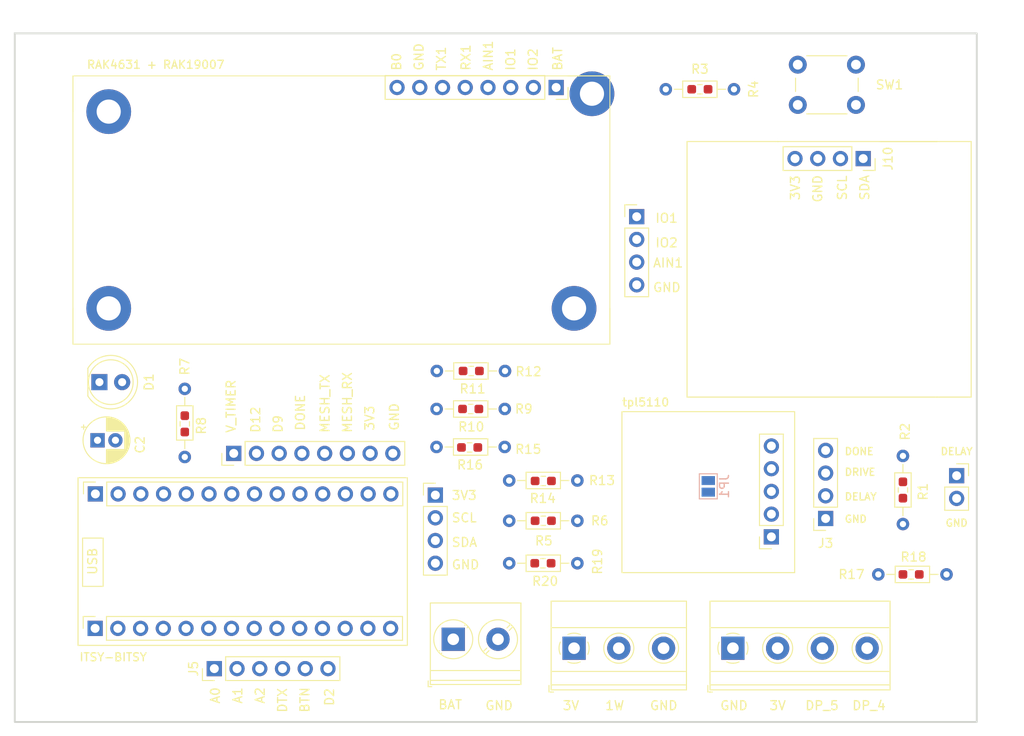
<source format=kicad_pcb>
(kicad_pcb (version 20240108) (generator "pcbnew") (generator_version "8.0")
  (layers (0 "F.Cu" signal) (31 "B.Cu" signal) (34 "B.Paste" user) (35 "F.Paste" user) (36 "B.SilkS" user "B.Silkscreen") (37 "F.SilkS" user "F.Silkscreen") (38 "B.Mask" user) (39 "F.Mask" user) (44 "Edge.Cuts" user))
  (net 0 "")
  (net 1 "A2")
  (net 2 "DEPTH_PULL")
  (net 3 "GND")
  (net 4 "+3V3")
  (net 5 "SDA")
  (net 6 "SCL")
  (net 7 "V_TIMER")
  (net 8 "MOSI")
  (net 9 "SCK")
  (net 10 "MISO")
  (net 11 "DONE")
  (net 12 "LED")
  (net 13 "BUTTON")
  (net 14 "Net-(D1-A)")
  (net 15 "Net-(J3-Pin_2)")
  (net 16 "BATT_MEASURE")
  (net 17 "D2")
  (net 18 "ONEWIRE")
  (net 19 "D9")
  (net 20 "A1")
  (net 21 "D12")
  (net 22 "MESH_RX")
  (net 24 "MESH_TX")
  (net 25 "MESH_BAT")
  (net 27 "VHI")
  (net 29 "AIN1")
  (net 30 "A0")
  (net 32 "IO2")
  (net 33 "BAT")
  (net 34 "DEPTH_TX")
  (net 35 "IO1")
  (footprint "footprints:ssd1306_a" (layer "F.Cu") (at 91.31 10.5 -90)
    (property "Reference" "J10" (at 0 -2.77 90) (layer "F.SilkS"))
    (property "Value" "Conn_01x04_Socket")
    (pad "1" thru_hole oval (at 0 7.62 270) (size 1.7 1.7) (drill 1) (layers "*.Cu" "*.Mask") (net 4 "+3V3"))
    (pad "2" thru_hole oval (at 0 5.08 270) (size 1.7 1.7) (drill 1) (layers "*.Cu" "*.Mask") (net 3 "GND"))
    (pad "3" thru_hole oval (at 0 2.54 270) (size 1.7 1.7) (drill 1) (layers "*.Cu" "*.Mask") (net 6 "SCL"))
    (pad "4" thru_hole rect (at 0 0 270) (size 1.7 1.7) (drill 1) (layers "*.Cu" "*.Mask") (net 5 "SDA"))
  )
  (footprint "footprints:adafruit_tpl511x" (layer "F.Cu") (at 81.05 52.8 180)
    (property "Reference" "U1" (hide yes))
    (property "Value" "adafruit_tpl511x")
    (pad "1" thru_hole rect (at 0 0 180) (size 1.7 1.7) (drill 1) (layers "*.Cu" "*.Mask") (net 25 "MESH_BAT"))
    (pad "2" thru_hole oval (at 0 2.54 180) (size 1.7 1.7) (drill 1) (layers "*.Cu" "*.Mask") (net 3 "GND"))
    (pad "3" thru_hole oval (at 0 5.08 180) (size 1.7 1.7) (drill 1) (layers "*.Cu" "*.Mask") (net 15 "Net-(J3-Pin_2)"))
    (pad "4" thru_hole oval (at 0 7.62 180) (size 1.7 1.7) (drill 1) (layers "*.Cu" "*.Mask") (net 7 "V_TIMER"))
    (pad "5" thru_hole oval (at 0 10.16 180) (size 1.7 1.7) (drill 1) (layers "*.Cu" "*.Mask") (net 11 "DONE"))
  )
  (footprint "Resistor_THT:R_Axial_DIN0204_L3.6mm_D1.6mm_P7.62mm_Horizontal" (layer "F.Cu") (at 59.37 55.75 180)
    (property "Reference" "R19" (at -2.2475 0.19 90) (layer "F.SilkS"))
    (property "Value" "330")
    (pad "1" thru_hole circle (at 0 0 180) (size 1.4 1.4) (drill 0.7) (layers "*.Cu" "*.Mask") (net 11 "DONE"))
    (pad "2" thru_hole oval (at 7.62 0 180) (size 1.4 1.4) (drill 0.7) (layers "*.Cu" "*.Mask") (net 3 "GND"))
  )
  (footprint "LED_THT:LED_D5.0mm" (layer "F.Cu") (at 5.96 35.5)
    (property "Reference" "D1" (at 5.54 0 90) (layer "F.SilkS"))
    (property "Value" "LED")
    (pad "1" thru_hole rect (at 0 0) (size 1.8 1.8) (drill 0.9) (layers "*.Cu" "*.Mask") (net 3 "GND"))
    (pad "2" thru_hole circle (at 2.54 0) (size 1.8 1.8) (drill 0.9) (layers "*.Cu" "*.Mask") (net 14 "Net-(D1-A)"))
  )
  (footprint "Resistor_THT:R_Axial_DIN0204_L3.6mm_D1.6mm_P7.62mm_Horizontal" (layer "F.Cu") (at 51.75 51)
    (property "Reference" "R6" (at 10.12 0 0) (layer "F.SilkS"))
    (property "Value" "4.7K")
    (pad "1" thru_hole circle (at 0 0) (size 1.4 1.4) (drill 0.7) (layers "*.Cu" "*.Mask") (net 4 "+3V3"))
    (pad "2" thru_hole oval (at 7.62 0) (size 1.4 1.4) (drill 0.7) (layers "*.Cu" "*.Mask") (net 18 "ONEWIRE"))
  )
  (footprint "MountingHole:MountingHole_3.2mm_M3" (layer "F.Cu") (at 0 70)
    (property "Reference" "H4" (hide yes))
    (property "Value" "MountingHole")
    (pad "" np_thru_hole circle (at 0 0) (size 3.2 3.2) (drill 3.2) (layers "*.Cu" "*.Mask"))
  )
  (footprint "Button_Switch_THT:SW_PUSH_6mm" (layer "F.Cu") (at 84 0)
    (property "Reference" "SW1" (at 10.25 2.25 360) (layer "F.SilkS"))
    (property "Value" "SW_Push")
    (pad "1" thru_hole circle (at 0 0 90) (size 2 2) (drill 1.1) (layers "*.Cu" "*.Mask") (net 13 "BUTTON"))
    (pad "1" thru_hole circle (at 6.5 0 90) (size 2 2) (drill 1.1) (layers "*.Cu" "*.Mask") (net 13 "BUTTON"))
    (pad "2" thru_hole circle (at 0 4.5 90) (size 2 2) (drill 1.1) (layers "*.Cu" "*.Mask") (net 3 "GND"))
    (pad "2" thru_hole circle (at 6.5 4.5 90) (size 2 2) (drill 1.1) (layers "*.Cu" "*.Mask") (net 3 "GND"))
  )
  (footprint "TerminalBlock_Phoenix:TerminalBlock_Phoenix_PT-1,5-2-5.0-H_1x02_P5.00mm_Horizontal" (layer "F.Cu") (at 45.5 64.25)
    (property "Reference" "J2" (hide yes))
    (property "Value" "Screw_Terminal_01x02")
    (pad "1" thru_hole rect (at 0 0) (size 2.6 2.6) (drill 1.3) (layers "*.Cu" "*.Mask") (net 25 "MESH_BAT"))
    (pad "2" thru_hole circle (at 5 0) (size 2.6 2.6) (drill 1.3) (layers "*.Cu" "*.Mask") (net 3 "GND"))
  )
  (footprint "Resistor_SMD:R_0603_1608Metric_Pad0.98x0.95mm_HandSolder" (layer "F.Cu") (at 55.56 46.55 180)
    (property "Reference" "R14" (at 0.06 -1.95 360) (layer "F.SilkS"))
    (property "Value" "100K")
    (pad "1" smd roundrect (at -0.9125 0 180) (size 0.975 0.95) (layers "F.Cu" "F.Paste" "F.Mask") (net 25 "MESH_BAT"))
    (pad "2" smd roundrect (at 0.9125 0 180) (size 0.975 0.95) (layers "F.Cu" "F.Paste" "F.Mask") (net 16 "BATT_MEASURE"))
  )
  (footprint "TerminalBlock_Phoenix:TerminalBlock_Phoenix_MKDS-1,5-3_1x03_P5.00mm_Horizontal" (layer "F.Cu") (at 59 65.25)
    (property "Reference" "J1" (hide yes))
    (property "Value" "Screw_Terminal_01x03")
    (pad "1" thru_hole rect (at 0 0) (size 2.6 2.6) (drill 1.3) (layers "*.Cu" "*.Mask") (net 4 "+3V3"))
    (pad "2" thru_hole circle (at 5 0) (size 2.6 2.6) (drill 1.3) (layers "*.Cu" "*.Mask") (net 18 "ONEWIRE"))
    (pad "3" thru_hole circle (at 10 0) (size 2.6 2.6) (drill 1.3) (layers "*.Cu" "*.Mask") (net 3 "GND"))
  )
  (footprint "Capacitor_THT:CP_Radial_D5.0mm_P2.00mm" (layer "F.Cu") (at 5.75 42)
    (property "Reference" "C2" (at 4.75 0.5 90) (layer "F.SilkS"))
    (property "Value" "330uF")
    (pad "1" thru_hole rect (at 0 0) (size 1.6 1.6) (drill 0.8) (layers "*.Cu" "*.Mask") (net 7 "V_TIMER"))
    (pad "2" thru_hole circle (at 2 0) (size 1.6 1.6) (drill 0.8) (layers "*.Cu" "*.Mask") (net 3 "GND"))
  )
  (footprint "Resistor_SMD:R_0603_1608Metric_Pad0.98x0.95mm_HandSolder" (layer "F.Cu") (at 55.52 55.75 180)
    (property "Reference" "R20" (at -0.2475 -2.01 360) (layer "F.SilkS"))
    (property "Value" "330")
    (pad "1" smd roundrect (at -0.9125 0 180) (size 0.975 0.95) (layers "F.Cu" "F.Paste" "F.Mask") (net 11 "DONE"))
    (pad "2" smd roundrect (at 0.9125 0 180) (size 0.975 0.95) (layers "F.Cu" "F.Paste" "F.Mask") (net 3 "GND"))
  )
  (footprint "MountingHole:MountingHole_3.2mm_M3" (layer "F.Cu") (at 100 70)
    (property "Reference" "H2" (hide yes))
    (property "Value" "MountingHole")
    (pad "" np_thru_hole circle (at 0 0) (size 3.2 3.2) (drill 3.2) (layers "*.Cu" "*.Mask"))
  )
  (footprint "MountingHole:MountingHole_3.2mm_M3" (layer "F.Cu") (at 100 0)
    (property "Reference" "H1" (hide yes))
    (property "Value" "MountingHole")
    (pad "" np_thru_hole circle (at 0 0) (size 3.2 3.2) (drill 3.2) (layers "*.Cu" "*.Mask"))
  )
  (footprint "Resistor_THT:R_Axial_DIN0204_L3.6mm_D1.6mm_P7.62mm_Horizontal" (layer "F.Cu") (at 93 57)
    (property "Reference" "R17" (at -3 0 180) (layer "F.SilkS"))
    (property "Value" "4.7K")
    (pad "1" thru_hole circle (at 0 0) (size 1.4 1.4) (drill 0.7) (layers "*.Cu" "*.Mask") (net 2 "DEPTH_PULL"))
    (pad "2" thru_hole oval (at 7.62 0) (size 1.4 1.4) (drill 0.7) (layers "*.Cu" "*.Mask") (net 3 "GND"))
  )
  (footprint "Resistor_SMD:R_0603_1608Metric_Pad0.98x0.95mm_HandSolder" (layer "F.Cu") (at 73.06 2.75)
    (property "Reference" "R3" (at 0 -2.25 360) (layer "F.SilkS"))
    (property "Value" "10K")
    (pad "1" smd roundrect (at -0.9125 0) (size 0.975 0.95) (layers "F.Cu" "F.Paste" "F.Mask") (net 4 "+3V3"))
    (pad "2" smd roundrect (at 0.9125 0) (size 0.975 0.95) (layers "F.Cu" "F.Paste" "F.Mask") (net 13 "BUTTON"))
  )
  (footprint "Resistor_THT:R_Axial_DIN0204_L3.6mm_D1.6mm_P7.62mm_Horizontal" (layer "F.Cu") (at 59.37 46.5 180)
    (property "Reference" "R13" (at -2.75 0 180) (layer "F.SilkS"))
    (property "Value" "100K")
    (pad "1" thru_hole circle (at 0 0 180) (size 1.4 1.4) (drill 0.7) (layers "*.Cu" "*.Mask") (net 25 "MESH_BAT"))
    (pad "2" thru_hole oval (at 7.62 0 180) (size 1.4 1.4) (drill 0.7) (layers "*.Cu" "*.Mask") (net 16 "BATT_MEASURE"))
  )
  (footprint "Resistor_SMD:R_0603_1608Metric_Pad0.98x0.95mm_HandSolder" (layer "F.Cu") (at 96.6625 57)
    (property "Reference" "R18" (at 0.27 -1.95 360) (layer "F.SilkS"))
    (property "Value" "4.7K")
    (pad "1" smd roundrect (at -0.9125 0) (size 0.975 0.95) (layers "F.Cu" "F.Paste" "F.Mask") (net 2 "DEPTH_PULL"))
    (pad "2" smd roundrect (at 0.9125 0) (size 0.975 0.95) (layers "F.Cu" "F.Paste" "F.Mask") (net 3 "GND"))
  )
  (footprint "Connector_PinSocket_2.54mm:PinSocket_1x02_P2.54mm_Vertical" (layer "F.Cu") (at 101.75 45.96)
    (property "Reference" "J6" (hide yes))
    (property "Value" "Conn_01x02_Socket")
    (pad "1" thru_hole rect (at 0 0) (size 1.7 1.7) (drill 1) (layers "*.Cu" "*.Mask") (net 15 "Net-(J3-Pin_2)"))
    (pad "2" thru_hole oval (at 0 2.54) (size 1.7 1.7) (drill 1) (layers "*.Cu" "*.Mask") (net 3 "GND"))
  )
  (footprint "MountingHole:MountingHole_3.2mm_M3" (layer "F.Cu") (at 0 0)
    (property "Reference" "H3" (hide yes))
    (property "Value" "MountingHole")
    (pad "" np_thru_hole circle (at 0 0) (size 3.2 3.2) (drill 3.2) (layers "*.Cu" "*.Mask"))
  )
  (footprint "Connector_PinSocket_2.54mm:PinSocket_1x04_P2.54mm_Vertical" (layer "F.Cu") (at 87.11 50.75 180)
    (property "Reference" "J3" (at 0 -2.77 360) (layer "F.SilkS"))
    (property "Value" "Conn_01x04_Female")
    (pad "1" thru_hole rect (at 0 0 180) (size 1.7 1.7) (drill 1) (layers "*.Cu" "*.Mask") (net 3 "GND"))
    (pad "2" thru_hole oval (at 0 2.54 180) (size 1.7 1.7) (drill 1) (layers "*.Cu" "*.Mask") (net 15 "Net-(J3-Pin_2)"))
    (pad "3" thru_hole oval (at 0 5.08 180) (size 1.7 1.7) (drill 1) (layers "*.Cu" "*.Mask") (net 4 "+3V3"))
    (pad "4" thru_hole oval (at 0 7.62 180) (size 1.7 1.7) (drill 1) (layers "*.Cu" "*.Mask") (net 11 "DONE"))
  )
  (footprint "Connector_PinHeader_2.54mm:PinHeader_1x04_P2.54mm_Vertical" (layer "F.Cu") (at 43.5 48.13)
    (property "Reference" "J8" (hide yes))
    (property "Value" "Conn_01x04_Socket")
    (pad "1" thru_hole rect (at 0 0) (size 1.7 1.7) (drill 1) (layers "*.Cu" "*.Mask") (net 4 "+3V3"))
    (pad "2" thru_hole oval (at 0 2.54) (size 1.7 1.7) (drill 1) (layers "*.Cu" "*.Mask") (net 6 "SCL"))
    (pad "3" thru_hole oval (at 0 5.08) (size 1.7 1.7) (drill 1) (layers "*.Cu" "*.Mask") (net 5 "SDA"))
    (pad "4" thru_hole oval (at 0 7.62) (size 1.7 1.7) (drill 1) (layers "*.Cu" "*.Mask") (net 3 "GND"))
  )
  (footprint "Resistor_THT:R_Axial_DIN0204_L3.6mm_D1.6mm_P7.62mm_Horizontal" (layer "F.Cu") (at 15.5 36.25 -90)
    (property "Reference" "R7" (at -2.49 0 90) (layer "F.SilkS"))
    (property "Value" "4.7K")
    (pad "1" thru_hole circle (at 0 0 270) (size 1.4 1.4) (drill 0.7) (layers "*.Cu" "*.Mask") (net 12 "LED"))
    (pad "2" thru_hole oval (at 7.62 0 270) (size 1.4 1.4) (drill 0.7) (layers "*.Cu" "*.Mask") (net 14 "Net-(D1-A)"))
  )
  (footprint "Resistor_SMD:R_0603_1608Metric_Pad0.98x0.95mm_HandSolder" (layer "F.Cu") (at 95.75 47.56 -90)
    (property "Reference" "R1" (at 0.19 -2.25 90) (layer "F.SilkS"))
    (property "Value" "4.7K")
    (pad "1" smd roundrect (at -0.9125 0 270) (size 0.975 0.95) (layers "F.Cu" "F.Paste" "F.Mask") (net 15 "Net-(J3-Pin_2)"))
    (pad "2" smd roundrect (at 0.9125 0 270) (size 0.975 0.95) (layers "F.Cu" "F.Paste" "F.Mask") (net 3 "GND"))
  )
  (footprint "Resistor_THT:R_Axial_DIN0204_L3.6mm_D1.6mm_P7.62mm_Horizontal" (layer "F.Cu") (at 43.665 34.25)
    (property "Reference" "R12" (at 10.245 0.075 0) (layer "F.SilkS"))
    (property "Value" "4.7K")
    (pad "1" thru_hole circle (at 0 0) (size 1.4 1.4) (drill 0.7) (layers "*.Cu" "*.Mask") (net 4 "+3V3"))
    (pad "2" thru_hole oval (at 7.62 0) (size 1.4 1.4) (drill 0.7) (layers "*.Cu" "*.Mask") (net 6 "SCL"))
  )
  (footprint "Resistor_SMD:R_0603_1608Metric_Pad0.98x0.95mm_HandSolder" (layer "F.Cu") (at 47.33 42.8)
    (property "Reference" "R16" (at 0.05 1.95 0) (layer "F.SilkS"))
    (property "Value" "100K")
    (pad "1" smd roundrect (at -0.9125 0) (size 0.975 0.95) (layers "F.Cu" "F.Paste" "F.Mask") (net 16 "BATT_MEASURE"))
    (pad "2" smd roundrect (at 0.9125 0) (size 0.975 0.95) (layers "F.Cu" "F.Paste" "F.Mask") (net 3 "GND"))
  )
  (footprint "footprints:itsybitsy" (layer "F.Cu") (at 5.48 63.035 90)
    (property "Reference" "A2" (hide yes))
    (property "Value" "itsybitsy_nrf52840_express")
    (fp_text user "USB" (at 5.9 0.3 90) (layer "F.SilkS") (effects (justify left bottom)))
    (pad "1" thru_hole rect (at 0 0 90) (size 1.7 1.7) (drill 1) (layers "*.Cu" "*.Mask"))
    (pad "2" thru_hole oval (at 0 2.54 90) (size 1.7 1.7) (drill 1) (layers "*.Cu" "*.Mask") (net 4 "+3V3"))
    (pad "3" thru_hole oval (at 0 5.08 90) (size 1.7 1.7) (drill 1) (layers "*.Cu" "*.Mask"))
    (pad "4" thru_hole oval (at 0 7.62 90) (size 1.7 1.7) (drill 1) (layers "*.Cu" "*.Mask") (net 27 "VHI"))
    (pad "5" thru_hole oval (at 0 10.16 90) (size 1.7 1.7) (drill 1) (layers "*.Cu" "*.Mask") (net 30 "A0"))
    (pad "6" thru_hole oval (at 0 12.7 90) (size 1.7 1.7) (drill 1) (layers "*.Cu" "*.Mask") (net 20 "A1"))
    (pad "7" thru_hole oval (at 0 15.24 90) (size 1.7 1.7) (drill 1) (layers "*.Cu" "*.Mask") (net 1 "A2"))
    (pad "8" thru_hole oval (at 0 17.78 90) (size 1.7 1.7) (drill 1) (layers "*.Cu" "*.Mask") (net 34 "DEPTH_TX"))
    (pad "9" thru_hole oval (at 0 20.32 90) (size 1.7 1.7) (drill 1) (layers "*.Cu" "*.Mask") (net 16 "BATT_MEASURE"))
    (pad "10" thru_hole oval (at 0 22.86 90) (size 1.7 1.7) (drill 1) (layers "*.Cu" "*.Mask") (net 13 "BUTTON"))
    (pad "11" thru_hole oval (at 0 25.4 90) (size 1.7 1.7) (drill 1) (layers "*.Cu" "*.Mask") (net 9 "SCK"))
    (pad "12" thru_hole oval (at 0 27.94 90) (size 1.7 1.7) (drill 1) (layers "*.Cu" "*.Mask") (net 8 "MOSI"))
    (pad "13" thru_hole oval (at 0 30.48 90) (size 1.7 1.7) (drill 1) (layers "*.Cu" "*.Mask") (net 10 "MISO"))
    (pad "14" thru_hole oval (at 0 33.02 90) (size 1.7 1.7) (drill 1) (layers "*.Cu" "*.Mask") (net 17 "D2"))
    (pad "15" thru_hole oval (at 15.035 33.05 90) (size 1.7 1.7) (drill 1) (layers "*.Cu" "*.Mask") (net 22 "MESH_RX"))
    (pad "16" thru_hole oval (at 15.035 30.51 90) (size 1.7 1.7) (drill 1) (layers "*.Cu" "*.Mask") (net 24 "MESH_TX"))
    (pad "17" thru_hole oval (at 15.035 27.97 90) (size 1.7 1.7) (drill 1) (layers "*.Cu" "*.Mask") (net 5 "SDA"))
    (pad "18" thru_hole oval (at 15.035 25.43 90) (size 1.7 1.7) (drill 1) (layers "*.Cu" "*.Mask") (net 6 "SCL"))
    (pad "19" thru_hole oval (at 15.035 22.89 90) (size 1.7 1.7) (drill 1) (layers "*.Cu" "*.Mask"))
    (pad "20" thru_hole oval (at 15.035 20.35 90) (size 1.7 1.7) (drill 1) (layers "*.Cu" "*.Mask") (net 11 "DONE"))
    (pad "21" thru_hole oval (at 15.035 17.81 90) (size 1.7 1.7) (drill 1) (layers "*.Cu" "*.Mask") (net 19 "D9"))
    (pad "22" thru_hole oval (at 15.035 15.27 90) (size 1.7 1.7) (drill 1) (layers "*.Cu" "*.Mask") (net 2 "DEPTH_PULL"))
    (pad "23" thru_hole oval (at 15.035 12.73 90) (size 1.7 1.7) (drill 1) (layers "*.Cu" "*.Mask") (net 18 "ONEWIRE"))
    (pad "24" thru_hole oval (at 15.035 10.19 90) (size 1.7 1.7) (drill 1) (layers "*.Cu" "*.Mask") (net 21 "D12"))
    (pad "25" thru_hole oval (at 15.035 7.65 90) (size 1.7 1.7) (drill 1) (layers "*.Cu" "*.Mask") (net 12 "LED"))
    (pad "26" thru_hole oval (at 15.035 5.11 90) (size 1.7 1.7) (drill 1) (layers "*.Cu" "*.Mask"))
    (pad "27" thru_hole oval (at 15.035 2.57 90) (size 1.7 1.7) (drill 1) (layers "*.Cu" "*.Mask") (net 3 "GND"))
    (pad "28" thru_hole rect (at 15.035 0.03 90) (size 1.7 1.7) (drill 1) (layers "*.Cu" "*.Mask") (net 7 "V_TIMER"))
  )
  (footprint "Resistor_THT:R_Axial_DIN0204_L3.6mm_D1.6mm_P7.62mm_Horizontal" (layer "F.Cu") (at 95.75 43.75 -90)
    (property "Reference" "R2" (at -2.71 -0.25 90) (layer "F.SilkS"))
    (property "Value" "4.7K")
    (pad "1" thru_hole circle (at 0 0 270) (size 1.4 1.4) (drill 0.7) (layers "*.Cu" "*.Mask") (net 15 "Net-(J3-Pin_2)"))
    (pad "2" thru_hole oval (at 7.62 0 270) (size 1.4 1.4) (drill 0.7) (layers "*.Cu" "*.Mask") (net 3 "GND"))
  )
  (footprint "Resistor_SMD:R_0603_1608Metric_Pad0.98x0.95mm_HandSolder" (layer "F.Cu") (at 55.56 51)
    (property "Reference" "R5" (at 0.06 2.25 0) (layer "F.SilkS"))
    (property "Value" "4.7K")
    (pad "1" smd roundrect (at -0.9125 0) (size 0.975 0.95) (layers "F.Cu" "F.Paste" "F.Mask") (net 4 "+3V3"))
    (pad "2" smd roundrect (at 0.9125 0) (size 0.975 0.95) (layers "F.Cu" "F.Paste" "F.Mask") (net 18 "ONEWIRE"))
  )
  (footprint "TerminalBlock_Phoenix:TerminalBlock_Phoenix_MKDS-1,5-4_1x04_P5.00mm_Horizontal" (layer "F.Cu") (at 76.75 65.25)
    (property "Reference" "J7" (hide yes))
    (property "Value" "Screw_Terminal_01x04")
    (pad "1" thru_hole rect (at 0 0) (size 2.6 2.6) (drill 1.3) (layers "*.Cu" "*.Mask") (net 3 "GND"))
    (pad "2" thru_hole circle (at 5 0) (size 2.6 2.6) (drill 1.3) (layers "*.Cu" "*.Mask") (net 4 "+3V3"))
    (pad "3" thru_hole circle (at 10 0) (size 2.6 2.6) (drill 1.3) (layers "*.Cu" "*.Mask") (net 34 "DEPTH_TX"))
    (pad "4" thru_hole circle (at 15 0) (size 2.6 2.6) (drill 1.3) (layers "*.Cu" "*.Mask") (net 2 "DEPTH_PULL"))
  )
  (footprint "Resistor_THT:R_Axial_DIN0204_L3.6mm_D1.6mm_P7.62mm_Horizontal" (layer "F.Cu") (at 43.64 38.5)
    (property "Reference" "R9" (at 9.74 0 0) (layer "F.SilkS"))
    (property "Value" "4.7K")
    (pad "1" thru_hole circle (at 0 0) (size 1.4 1.4) (drill 0.7) (layers "*.Cu" "*.Mask") (net 4 "+3V3"))
    (pad "2" thru_hole oval (at 7.62 0) (size 1.4 1.4) (drill 0.7) (layers "*.Cu" "*.Mask") (net 5 "SDA"))
  )
  (footprint "Resistor_SMD:R_0603_1608Metric_Pad0.98x0.95mm_HandSolder" (layer "F.Cu") (at 47.45 38.5)
    (property "Reference" "R10" (at 0.06 2 180) (layer "F.SilkS"))
    (property "Value" "4.7K")
    (pad "1" smd roundrect (at -0.9125 0) (size 0.975 0.95) (layers "F.Cu" "F.Paste" "F.Mask") (net 4 "+3V3"))
    (pad "2" smd roundrect (at 0.9125 0) (size 0.975 0.95) (layers "F.Cu" "F.Paste" "F.Mask") (net 5 "SDA"))
  )
  (footprint "rak19007:rak19007" (layer "F.Cu") (at 57 2.55 -90)
    (property "Reference" "U3" (hide yes))
    (property "Value" "~")
    (pad "1" thru_hole rect (at 0 0 270) (size 1.7 1.7) (drill 1) (layers "*.Cu" "*.Mask") (net 33 "BAT"))
    (pad "2" thru_hole oval (at 0 2.54 270) (size 1.7 1.7) (drill 1) (layers "*.Cu" "*.Mask") (net 32 "IO2"))
    (pad "3" thru_hole oval (at 0 5.08 270) (size 1.7 1.7) (drill 1) (layers "*.Cu" "*.Mask") (net 35 "IO1"))
    (pad "4" thru_hole oval (at 0 7.62 270) (size 1.7 1.7) (drill 1) (layers "*.Cu" "*.Mask") (net 29 "AIN1"))
    (pad "5" thru_hole oval (at 0 10.16 270) (size 1.7 1.7) (drill 1) (layers "*.Cu" "*.Mask") (net 24 "MESH_TX"))
    (pad "6" thru_hole oval (at 0 12.7 270) (size 1.7 1.7) (drill 1) (layers "*.Cu" "*.Mask") (net 22 "MESH_RX"))
    (pad "7" thru_hole oval (at 0 15.24 270) (size 1.7 1.7) (drill 1) (layers "*.Cu" "*.Mask") (net 3 "GND"))
    (pad "8" thru_hole oval (at 0 17.78 270) (size 1.7 1.7) (drill 1) (layers "*.Cu" "*.Mask"))
    (pad "9" thru_hole circle (at 0.7 -4 270) (size 5 5) (drill 2.7) (layers "*.Cu" "*.Mask"))
    (pad "9" thru_hole circle (at 2.7 50 270) (size 5 5) (drill 2.7) (layers "*.Cu" "*.Mask"))
    (pad "9" thru_hole circle (at 24.7 -2 270) (size 5 5) (drill 2.7) (layers "*.Cu" "*.Mask"))
    (pad "9" thru_hole circle (at 24.7 50 270) (size 5 5) (drill 2.7) (layers "*.Cu" "*.Mask"))
  )
  (footprint "Connector_PinHeader_2.54mm:PinHeader_1x04_P2.54mm_Vertical" (layer "F.Cu") (at 66 17)
    (property "Reference" "J4" (hide yes))
    (property "Value" "Conn_01x04_Socket")
    (pad "1" thru_hole rect (at 0 0) (size 1.7 1.7) (drill 1) (layers "*.Cu" "*.Mask") (net 32 "IO2"))
    (pad "2" thru_hole oval (at 0 2.54) (size 1.7 1.7) (drill 1) (layers "*.Cu" "*.Mask") (net 35 "IO1"))
    (pad "3" thru_hole oval (at 0 5.08) (size 1.7 1.7) (drill 1) (layers "*.Cu" "*.Mask") (net 29 "AIN1"))
    (pad "4" thru_hole oval (at 0 7.62) (size 1.7 1.7) (drill 1) (layers "*.Cu" "*.Mask") (net 3 "GND"))
  )
  (footprint "Resistor_SMD:R_0603_1608Metric_Pad0.98x0.95mm_HandSolder" (layer "F.Cu") (at 15.5 40.1625 -90)
    (property "Reference" "R8" (at 0.21 -1.85 90) (layer "F.SilkS"))
    (property "Value" "4.7K")
    (pad "1" smd roundrect (at -0.9125 0 270) (size 0.975 0.95) (layers "F.Cu" "F.Paste" "F.Mask") (net 12 "LED"))
    (pad "2" smd roundrect (at 0.9125 0 270) (size 0.975 0.95) (layers "F.Cu" "F.Paste" "F.Mask") (net 14 "Net-(D1-A)"))
  )
  (footprint "Resistor_SMD:R_0603_1608Metric_Pad0.98x0.95mm_HandSolder" (layer "F.Cu") (at 47.51 34.25)
    (property "Reference" "R11" (at 0.155 2 0) (layer "F.SilkS"))
    (property "Value" "4.7K")
    (pad "1" smd roundrect (at -0.9125 0) (size 0.975 0.95) (layers "F.Cu" "F.Paste" "F.Mask") (net 4 "+3V3"))
    (pad "2" smd roundrect (at 0.9125 0) (size 0.975 0.95) (layers "F.Cu" "F.Paste" "F.Mask") (net 6 "SCL"))
  )
  (footprint "Resistor_THT:R_Axial_DIN0204_L3.6mm_D1.6mm_P7.62mm_Horizontal" (layer "F.Cu") (at 69.25 2.75)
    (property "Reference" "R4" (at 9.81 0 90) (layer "F.SilkS"))
    (property "Value" "10K")
    (pad "1" thru_hole circle (at 0 0) (size 1.4 1.4) (drill 0.7) (layers "*.Cu" "*.Mask") (net 4 "+3V3"))
    (pad "2" thru_hole oval (at 7.62 0) (size 1.4 1.4) (drill 0.7) (layers "*.Cu" "*.Mask") (net 13 "BUTTON"))
  )
  (footprint "Connector_PinHeader_2.54mm:PinHeader_1x06_P2.54mm_Vertical" (layer "F.Cu") (at 18.8 67.535 90)
    (property "Reference" "J5" (at 0 -2.33 90) (layer "F.SilkS"))
    (property "Value" "Conn_01x06_Socket")
    (pad "1" thru_hole rect (at 0 0 90) (size 1.7 1.7) (drill 1) (layers "*.Cu" "*.Mask") (net 30 "A0"))
    (pad "2" thru_hole oval (at 0 2.54 90) (size 1.7 1.7) (drill 1) (layers "*.Cu" "*.Mask") (net 20 "A1"))
    (pad "3" thru_hole oval (at 0 5.08 90) (size 1.7 1.7) (drill 1) (layers "*.Cu" "*.Mask") (net 1 "A2"))
    (pad "4" thru_hole oval (at 0 7.62 90) (size 1.7 1.7) (drill 1) (layers "*.Cu" "*.Mask") (net 34 "DEPTH_TX"))
    (pad "5" thru_hole oval (at 0 10.16 90) (size 1.7 1.7) (drill 1) (layers "*.Cu" "*.Mask") (net 13 "BUTTON"))
    (pad "6" thru_hole oval (at 0 12.7 90) (size 1.7 1.7) (drill 1) (layers "*.Cu" "*.Mask") (net 17 "D2"))
  )
  (footprint "Connector_PinHeader_2.54mm:PinHeader_1x08_P2.54mm_Vertical" (layer "F.Cu") (at 20.97 43.465 90)
    (property "Reference" "J9" (hide yes))
    (property "Value" "Conn_01x08_Socket")
    (pad "1" thru_hole rect (at 0 0 90) (size 1.7 1.7) (drill 1) (layers "*.Cu" "*.Mask") (net 7 "V_TIMER"))
    (pad "2" thru_hole oval (at 0 2.54 90) (size 1.7 1.7) (drill 1) (layers "*.Cu" "*.Mask") (net 21 "D12"))
    (pad "3" thru_hole oval (at 0 5.08 90) (size 1.7 1.7) (drill 1) (layers "*.Cu" "*.Mask") (net 19 "D9"))
    (pad "4" thru_hole oval (at 0 7.62 90) (size 1.7 1.7) (drill 1) (layers "*.Cu" "*.Mask") (net 11 "DONE"))
    (pad "5" thru_hole oval (at 0 10.16 90) (size 1.7 1.7) (drill 1) (layers "*.Cu" "*.Mask") (net 24 "MESH_TX"))
    (pad "6" thru_hole oval (at 0 12.7 90) (size 1.7 1.7) (drill 1) (layers "*.Cu" "*.Mask") (net 22 "MESH_RX"))
    (pad "7" thru_hole oval (at 0 15.24 90) (size 1.7 1.7) (drill 1) (layers "*.Cu" "*.Mask") (net 4 "+3V3"))
    (pad "8" thru_hole oval (at 0 17.78 90) (size 1.7 1.7) (drill 1) (layers "*.Cu" "*.Mask") (net 3 "GND"))
  )
  (footprint "Resistor_THT:R_Axial_DIN0204_L3.6mm_D1.6mm_P7.62mm_Horizontal" (layer "F.Cu") (at 43.63 42.75)
    (property "Reference" "R15" (at 10.25 0.25 0) (layer "F.SilkS"))
    (property "Value" "100K")
    (pad "1" thru_hole circle (at 0 0) (size 1.4 1.4) (drill 0.7) (layers "*.Cu" "*.Mask") (net 16 "BATT_MEASURE"))
    (pad "2" thru_hole oval (at 7.62 0) (size 1.4 1.4) (drill 0.7) (layers "*.Cu" "*.Mask") (net 3 "GND"))
  )
  (footprint "Jumper:SolderJumper-2_P1.3mm_Open_Pad1.0x1.5mm" (layer "B.Cu") (at 74 47.15 90)
    (property "Reference" "JP1" (at 0 1.8 90) (layer "B.SilkS") (effects (justify mirror)))
    (property "Value" "Jumper_2_Open")
    (pad "1" smd rect (at -0.65 0 90) (size 1 1.5) (layers "B.Cu" "B.Mask") (net 25 "MESH_BAT"))
    (pad "2" smd rect (at 0.65 0 90) (size 1 1.5) (layers "B.Cu" "B.Mask") (net 7 "V_TIMER"))
  )
  (gr_rect (start -3.5 -3.5) (end 104 73.5) (stroke (width 0.2)) (fill none) (layer "Edge.Cuts"))
  (gr_text "1W" (at 62.4 72.25 0) (layer "F.SilkS") (effects (font (size 1 1)) (justify left bottom)))
  (gr_text "3V3" (at 36.75 41 90) (layer "F.SilkS") (effects (font (size 1 1)) (justify left bottom)))
  (gr_text "IO1" (at 52.5 0.75 90) (layer "F.SilkS") (effects (font (size 1 1)) (justify left bottom)))
  (gr_text "D12" (at 24 41.25 90) (layer "F.SilkS") (effects (font (size 1 1)) (justify left bottom)))
  (gr_text "GND" (at 86.81 15.5 90) (layer "F.SilkS") (effects (font (size 1 1)) (justify left bottom)))
  (gr_text "DONE" (at 29 41 90) (layer "F.SilkS") (effects (font (size 1 1)) (justify left bottom)))
  (gr_text "ITSY-BITSY" (at 7.5 66.25 0) (layer "F.SilkS") (effects (font (size 0.9 0.9))))
  (gr_text "IO1" (at 68 17.75 0) (layer "F.SilkS") (effects (font (size 1 1)) (justify left bottom)))
  (gr_text "SCL" (at 45.25 51.25 0) (layer "F.SilkS") (effects (font (size 1 1)) (justify left bottom)))
  (gr_text "DP_5" (at 84.75 72.25 0) (layer "F.SilkS") (effects (font (size 1 1)) (justify left bottom)))
  (gr_text "D9" (at 26.5 41.25 90) (layer "F.SilkS") (effects (font (size 1 1)) (justify left bottom)))
  (gr_text "GND" (at 67.4 72.25 0) (layer "F.SilkS") (effects (font (size 1 1)) (justify left bottom)))
  (gr_text "GND" (at 45.25 56.5 0) (layer "F.SilkS") (effects (font (size 1 1)) (justify left bottom)))
  (gr_text "BAT" (at 43.75 72.15 0) (layer "F.SilkS") (effects (font (size 1 1)) (justify left bottom)))
  (gr_text "3V3" (at 84.31 15.25 90) (layer "F.SilkS") (effects (font (size 1 1)) (justify left bottom)))
  (gr_text "DELAY" (at 101.75 43.25 0) (layer "F.SilkS") (effects (font (size 0.8 0.8))))
  (gr_text "V_TIMER" (at 21.25 41.25 90) (layer "F.SilkS") (effects (font (size 1 1)) (justify left bottom)))
  (gr_text "GND" (at 49 72.25 0) (layer "F.SilkS") (effects (font (size 1 1)) (justify left bottom)))
  (gr_text "GND" (at 39.5 41 90) (layer "F.SilkS") (effects (font (size 1 1)) (justify left bottom)))
  (gr_text "MESH_TX" (at 31.75 41.25 90) (layer "F.SilkS") (effects (font (size 1 1)) (justify left bottom)))
  (gr_text "GND" (at 75.25 72.25 0) (layer "F.SilkS") (effects (font (size 1 1)) (justify left bottom)))
  (gr_text "MESH_RX" (at 34.25 41.25 90) (layer "F.SilkS") (effects (font (size 1 1)) (justify left bottom)))
  (gr_text "BTN" (at 29.5 72.535 90) (layer "F.SilkS") (effects (font (size 1 1)) (justify left bottom)))
  (gr_text "RAK4631 + RAK19007" (at 12.25 0 0) (layer "F.SilkS") (effects (font (size 0.9 0.9))))
  (gr_text "DRIVE" (at 90.955238 45.5575 0) (layer "F.SilkS") (effects (font (size 0.8 0.8))))
  (gr_text "AIN1" (at 67.75 22.75 0) (layer "F.SilkS") (effects (font (size 1 1)) (justify left bottom)))
  (gr_text "IO2" (at 68 20.5 0) (layer "F.SilkS") (effects (font (size 1 1)) (justify left bottom)))
  (gr_text "3V" (at 80.75 72.25 0) (layer "F.SilkS") (effects (font (size 1 1)) (justify left bottom)))
  (gr_text "SDA" (at 45.25 54 0) (layer "F.SilkS") (effects (font (size 1 1)) (justify left bottom)))
  (gr_text "D2" (at 32.25 71.785 90) (layer "F.SilkS") (effects (font (size 1 1)) (justify left bottom)))
  (gr_text "BAT" (at 57.75 0.75 90) (layer "F.SilkS") (effects (font (size 1 1)) (justify left bottom)))
  (gr_text "DTX" (at 27 72.535 90) (layer "F.SilkS") (effects (font (size 1 1)) (justify left bottom)))
  (gr_text "IO2" (at 55 0.75 90) (layer "F.SilkS") (effects (font (size 1 1)) (justify left bottom)))
  (gr_text "A0" (at 19.5 71.535 90) (layer "F.SilkS") (effects (font (size 1 1)) (justify left bottom)))
  (gr_text "GND" (at 42.25 0.75 90) (layer "F.SilkS") (effects (font (size 1 1)) (justify left bottom)))
  (gr_text "3V" (at 57.65 72.25 0) (layer "F.SilkS") (effects (font (size 1 1)) (justify left bottom)))
  (gr_text "A2" (at 24.5 71.535 90) (layer "F.SilkS") (effects (font (size 1 1)) (justify left bottom)))
  (gr_text "DONE" (at 90.86 43.25 0) (layer "F.SilkS") (effects (font (size 0.8 0.8))))
  (gr_text "AIN1" (at 50 0.75 90) (layer "F.SilkS") (effects (font (size 1 1)) (justify left bottom)))
  (gr_text "SCL" (at 89.56 15.25 90) (layer "F.SilkS") (effects (font (size 1 1)) (justify left bottom)))
  (gr_text "TX1" (at 44.75 0.75 90) (layer "F.SilkS") (effects (font (size 1 1)) (justify left bottom)))
  (gr_text "GND" (at 101.75 51.25 0) (layer "F.SilkS") (effects (font (size 0.8 0.8))))
  (gr_text "A1" (at 22 71.535 90) (layer "F.SilkS") (effects (font (size 1 1)) (justify left bottom)))
  (gr_text "tpl5110" (at 67 37.75 0) (layer "F.SilkS") (effects (font (size 0.9 0.9))))
  (gr_text "B0" (at 39.75 0.75 90) (layer "F.SilkS") (effects (font (size 1 1)) (justify left bottom)))
  (gr_text "RX1" (at 47.5 0.75 90) (layer "F.SilkS") (effects (font (size 1 1)) (justify left bottom)))
  (gr_text "DP_4" (at 90 72.25 0) (layer "F.SilkS") (effects (font (size 1 1)) (justify left bottom)))
  (gr_text "GND" (at 90.479047 50.8075 0) (layer "F.SilkS") (effects (font (size 0.8 0.8))))
  (gr_text "SDA" (at 92.06 15.25 90) (layer "F.SilkS") (effects (font (size 1 1)) (justify left bottom)))
  (gr_text "DELAY" (at 91.031428 48.3075 0) (layer "F.SilkS") (effects (font (size 0.8 0.8))))
  (gr_text "3V3" (at 45.25 48.75 0) (layer "F.SilkS") (effects (font (size 1 1)) (justify left bottom)))
  (gr_text "GND" (at 67.75 25.5 0) (layer "F.SilkS") (effects (font (size 1 1)) (justify left bottom)))
)
</source>
